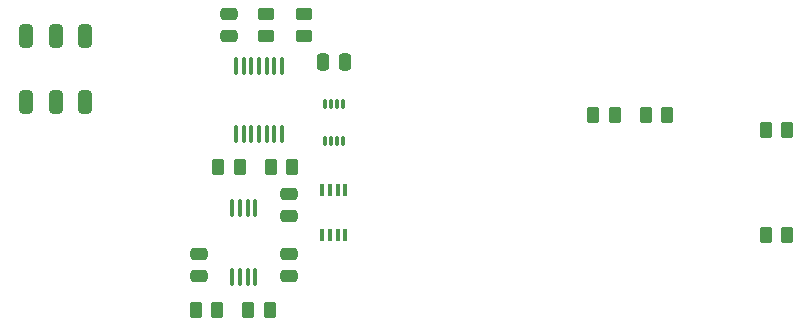
<source format=gbr>
%TF.GenerationSoftware,KiCad,Pcbnew,(6.99.0-2899-g66b8ecb467)*%
%TF.CreationDate,2022-08-21T04:15:40+02:00*%
%TF.ProjectId,Vectrex Pad miniNeoGeo-rounded-jlcpcb,56656374-7265-4782-9050-6164206d696e,1.3*%
%TF.SameCoordinates,Original*%
%TF.FileFunction,Paste,Top*%
%TF.FilePolarity,Positive*%
%FSLAX46Y46*%
G04 Gerber Fmt 4.6, Leading zero omitted, Abs format (unit mm)*
G04 Created by KiCad (PCBNEW (6.99.0-2899-g66b8ecb467)) date 2022-08-21 04:15:40*
%MOMM*%
%LPD*%
G01*
G04 APERTURE LIST*
G04 Aperture macros list*
%AMRoundRect*
0 Rectangle with rounded corners*
0 $1 Rounding radius*
0 $2 $3 $4 $5 $6 $7 $8 $9 X,Y pos of 4 corners*
0 Add a 4 corners polygon primitive as box body*
4,1,4,$2,$3,$4,$5,$6,$7,$8,$9,$2,$3,0*
0 Add four circle primitives for the rounded corners*
1,1,$1+$1,$2,$3*
1,1,$1+$1,$4,$5*
1,1,$1+$1,$6,$7*
1,1,$1+$1,$8,$9*
0 Add four rect primitives between the rounded corners*
20,1,$1+$1,$2,$3,$4,$5,0*
20,1,$1+$1,$4,$5,$6,$7,0*
20,1,$1+$1,$6,$7,$8,$9,0*
20,1,$1+$1,$8,$9,$2,$3,0*%
G04 Aperture macros list end*
%ADD10RoundRect,0.250000X0.262500X0.450000X-0.262500X0.450000X-0.262500X-0.450000X0.262500X-0.450000X0*%
%ADD11RoundRect,0.250000X-0.475000X0.250000X-0.475000X-0.250000X0.475000X-0.250000X0.475000X0.250000X0*%
%ADD12RoundRect,0.075000X-0.075000X-0.325000X0.075000X-0.325000X0.075000X0.325000X-0.075000X0.325000X0*%
%ADD13RoundRect,0.250000X-0.262500X-0.450000X0.262500X-0.450000X0.262500X0.450000X-0.262500X0.450000X0*%
%ADD14RoundRect,0.300000X0.300000X0.675000X-0.300000X0.675000X-0.300000X-0.675000X0.300000X-0.675000X0*%
%ADD15RoundRect,0.250000X0.475000X-0.250000X0.475000X0.250000X-0.475000X0.250000X-0.475000X-0.250000X0*%
%ADD16RoundRect,0.250000X-0.450000X0.262500X-0.450000X-0.262500X0.450000X-0.262500X0.450000X0.262500X0*%
%ADD17RoundRect,0.100000X0.100000X-0.637500X0.100000X0.637500X-0.100000X0.637500X-0.100000X-0.637500X0*%
%ADD18RoundRect,0.100000X-0.100000X-0.450000X0.100000X-0.450000X0.100000X0.450000X-0.100000X0.450000X0*%
%ADD19RoundRect,0.100000X-0.100000X0.637500X-0.100000X-0.637500X0.100000X-0.637500X0.100000X0.637500X0*%
%ADD20RoundRect,0.250000X-0.250000X-0.475000X0.250000X-0.475000X0.250000X0.475000X-0.250000X0.475000X0*%
G04 APERTURE END LIST*
D10*
%TO.C,R6*%
X133627500Y-81915000D03*
X131802500Y-81915000D03*
%TD*%
D11*
%TO.C,C3*%
X133350000Y-89220000D03*
X133350000Y-91120000D03*
%TD*%
D12*
%TO.C,U2*%
X136410000Y-79655000D03*
X136910000Y-79655000D03*
X137410000Y-79655000D03*
X137910000Y-79655000D03*
X137910000Y-76555000D03*
X137410000Y-76555000D03*
X136910000Y-76555000D03*
X136410000Y-76555000D03*
%TD*%
D13*
%TO.C,R8*%
X125452500Y-93980000D03*
X127277500Y-93980000D03*
%TD*%
D14*
%TO.C,SW7*%
X116130000Y-76395000D03*
X113630000Y-76395000D03*
X111130000Y-76395000D03*
X116130000Y-70745000D03*
X113630000Y-70745000D03*
X111130000Y-70745000D03*
%TD*%
D10*
%TO.C,R2*%
X160932500Y-77470000D03*
X159107500Y-77470000D03*
%TD*%
D13*
%TO.C,R10*%
X127357500Y-81915000D03*
X129182500Y-81915000D03*
%TD*%
D10*
%TO.C,R4*%
X175537500Y-78740000D03*
X173712500Y-78740000D03*
%TD*%
D15*
%TO.C,C2*%
X125730000Y-91120000D03*
X125730000Y-89220000D03*
%TD*%
D10*
%TO.C,R3*%
X175537500Y-87630000D03*
X173712500Y-87630000D03*
%TD*%
D16*
%TO.C,R7*%
X134620000Y-68937500D03*
X134620000Y-70762500D03*
%TD*%
%TO.C,R9*%
X131445000Y-68937500D03*
X131445000Y-70762500D03*
%TD*%
D13*
%TO.C,R1*%
X163552500Y-77470000D03*
X165377500Y-77470000D03*
%TD*%
D17*
%TO.C,U4*%
X128860000Y-79062500D03*
X129510000Y-79062500D03*
X130160000Y-79062500D03*
X130810000Y-79062500D03*
X131460000Y-79062500D03*
X132110000Y-79062500D03*
X132760000Y-79062500D03*
X132760000Y-73337500D03*
X132110000Y-73337500D03*
X131460000Y-73337500D03*
X130810000Y-73337500D03*
X130160000Y-73337500D03*
X129510000Y-73337500D03*
X128860000Y-73337500D03*
%TD*%
D18*
%TO.C,U3*%
X136185000Y-87625000D03*
X136835000Y-87625000D03*
X137485000Y-87625000D03*
X138135000Y-87625000D03*
X138135000Y-83825000D03*
X137485000Y-83825000D03*
X136835000Y-83825000D03*
X136185000Y-83825000D03*
%TD*%
D19*
%TO.C,U1*%
X130515000Y-85365000D03*
X129865000Y-85365000D03*
X129215000Y-85365000D03*
X128565000Y-85365000D03*
X128565000Y-91165000D03*
X129215000Y-91165000D03*
X129865000Y-91165000D03*
X130515000Y-91165000D03*
%TD*%
D11*
%TO.C,C4*%
X133350000Y-84140000D03*
X133350000Y-86040000D03*
%TD*%
D20*
%TO.C,C5*%
X136210000Y-73025000D03*
X138110000Y-73025000D03*
%TD*%
D15*
%TO.C,C1*%
X128270000Y-70800000D03*
X128270000Y-68900000D03*
%TD*%
D10*
%TO.C,R5*%
X131722500Y-93980000D03*
X129897500Y-93980000D03*
%TD*%
M02*

</source>
